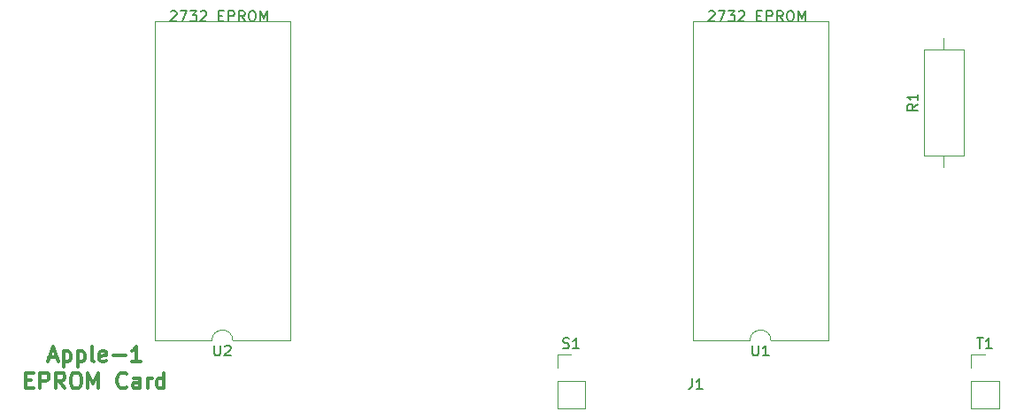
<source format=gbr>
%TF.GenerationSoftware,KiCad,Pcbnew,(5.1.12)-1*%
%TF.CreationDate,2022-08-04T09:57:16+01:00*%
%TF.ProjectId,Apple-1 ROM_RAM,4170706c-652d-4312-9052-4f4d5f52414d,rev?*%
%TF.SameCoordinates,Original*%
%TF.FileFunction,Legend,Top*%
%TF.FilePolarity,Positive*%
%FSLAX46Y46*%
G04 Gerber Fmt 4.6, Leading zero omitted, Abs format (unit mm)*
G04 Created by KiCad (PCBNEW (5.1.12)-1) date 2022-08-04 09:57:16*
%MOMM*%
%LPD*%
G01*
G04 APERTURE LIST*
%ADD10C,0.150000*%
%ADD11C,0.300000*%
%ADD12C,0.120000*%
G04 APERTURE END LIST*
D10*
X182303342Y-98655079D02*
X182350961Y-98607460D01*
X182446200Y-98559840D01*
X182684295Y-98559840D01*
X182779533Y-98607460D01*
X182827152Y-98655079D01*
X182874771Y-98750317D01*
X182874771Y-98845555D01*
X182827152Y-98988412D01*
X182255723Y-99559840D01*
X182874771Y-99559840D01*
X183208104Y-98559840D02*
X183874771Y-98559840D01*
X183446200Y-99559840D01*
X184160485Y-98559840D02*
X184779533Y-98559840D01*
X184446200Y-98940793D01*
X184589057Y-98940793D01*
X184684295Y-98988412D01*
X184731914Y-99036031D01*
X184779533Y-99131269D01*
X184779533Y-99369364D01*
X184731914Y-99464602D01*
X184684295Y-99512221D01*
X184589057Y-99559840D01*
X184303342Y-99559840D01*
X184208104Y-99512221D01*
X184160485Y-99464602D01*
X185160485Y-98655079D02*
X185208104Y-98607460D01*
X185303342Y-98559840D01*
X185541438Y-98559840D01*
X185636676Y-98607460D01*
X185684295Y-98655079D01*
X185731914Y-98750317D01*
X185731914Y-98845555D01*
X185684295Y-98988412D01*
X185112866Y-99559840D01*
X185731914Y-99559840D01*
X186922390Y-99036031D02*
X187255723Y-99036031D01*
X187398580Y-99559840D02*
X186922390Y-99559840D01*
X186922390Y-98559840D01*
X187398580Y-98559840D01*
X187827152Y-99559840D02*
X187827152Y-98559840D01*
X188208104Y-98559840D01*
X188303342Y-98607460D01*
X188350961Y-98655079D01*
X188398580Y-98750317D01*
X188398580Y-98893174D01*
X188350961Y-98988412D01*
X188303342Y-99036031D01*
X188208104Y-99083650D01*
X187827152Y-99083650D01*
X189398580Y-99559840D02*
X189065247Y-99083650D01*
X188827152Y-99559840D02*
X188827152Y-98559840D01*
X189208104Y-98559840D01*
X189303342Y-98607460D01*
X189350961Y-98655079D01*
X189398580Y-98750317D01*
X189398580Y-98893174D01*
X189350961Y-98988412D01*
X189303342Y-99036031D01*
X189208104Y-99083650D01*
X188827152Y-99083650D01*
X190017628Y-98559840D02*
X190208104Y-98559840D01*
X190303342Y-98607460D01*
X190398580Y-98702698D01*
X190446200Y-98893174D01*
X190446200Y-99226507D01*
X190398580Y-99416983D01*
X190303342Y-99512221D01*
X190208104Y-99559840D01*
X190017628Y-99559840D01*
X189922390Y-99512221D01*
X189827152Y-99416983D01*
X189779533Y-99226507D01*
X189779533Y-98893174D01*
X189827152Y-98702698D01*
X189922390Y-98607460D01*
X190017628Y-98559840D01*
X190874771Y-99559840D02*
X190874771Y-98559840D01*
X191208104Y-99274126D01*
X191541438Y-98559840D01*
X191541438Y-99559840D01*
X130823342Y-98655079D02*
X130870961Y-98607460D01*
X130966200Y-98559840D01*
X131204295Y-98559840D01*
X131299533Y-98607460D01*
X131347152Y-98655079D01*
X131394771Y-98750317D01*
X131394771Y-98845555D01*
X131347152Y-98988412D01*
X130775723Y-99559840D01*
X131394771Y-99559840D01*
X131728104Y-98559840D02*
X132394771Y-98559840D01*
X131966200Y-99559840D01*
X132680485Y-98559840D02*
X133299533Y-98559840D01*
X132966200Y-98940793D01*
X133109057Y-98940793D01*
X133204295Y-98988412D01*
X133251914Y-99036031D01*
X133299533Y-99131269D01*
X133299533Y-99369364D01*
X133251914Y-99464602D01*
X133204295Y-99512221D01*
X133109057Y-99559840D01*
X132823342Y-99559840D01*
X132728104Y-99512221D01*
X132680485Y-99464602D01*
X133680485Y-98655079D02*
X133728104Y-98607460D01*
X133823342Y-98559840D01*
X134061438Y-98559840D01*
X134156676Y-98607460D01*
X134204295Y-98655079D01*
X134251914Y-98750317D01*
X134251914Y-98845555D01*
X134204295Y-98988412D01*
X133632866Y-99559840D01*
X134251914Y-99559840D01*
X135442390Y-99036031D02*
X135775723Y-99036031D01*
X135918580Y-99559840D02*
X135442390Y-99559840D01*
X135442390Y-98559840D01*
X135918580Y-98559840D01*
X136347152Y-99559840D02*
X136347152Y-98559840D01*
X136728104Y-98559840D01*
X136823342Y-98607460D01*
X136870961Y-98655079D01*
X136918580Y-98750317D01*
X136918580Y-98893174D01*
X136870961Y-98988412D01*
X136823342Y-99036031D01*
X136728104Y-99083650D01*
X136347152Y-99083650D01*
X137918580Y-99559840D02*
X137585247Y-99083650D01*
X137347152Y-99559840D02*
X137347152Y-98559840D01*
X137728104Y-98559840D01*
X137823342Y-98607460D01*
X137870961Y-98655079D01*
X137918580Y-98750317D01*
X137918580Y-98893174D01*
X137870961Y-98988412D01*
X137823342Y-99036031D01*
X137728104Y-99083650D01*
X137347152Y-99083650D01*
X138537628Y-98559840D02*
X138728104Y-98559840D01*
X138823342Y-98607460D01*
X138918580Y-98702698D01*
X138966200Y-98893174D01*
X138966200Y-99226507D01*
X138918580Y-99416983D01*
X138823342Y-99512221D01*
X138728104Y-99559840D01*
X138537628Y-99559840D01*
X138442390Y-99512221D01*
X138347152Y-99416983D01*
X138299533Y-99226507D01*
X138299533Y-98893174D01*
X138347152Y-98702698D01*
X138442390Y-98607460D01*
X138537628Y-98559840D01*
X139394771Y-99559840D02*
X139394771Y-98559840D01*
X139728104Y-99274126D01*
X140061438Y-98559840D01*
X140061438Y-99559840D01*
D11*
X119193342Y-131742460D02*
X119907628Y-131742460D01*
X119050485Y-132171031D02*
X119550485Y-130671031D01*
X120050485Y-132171031D01*
X120550485Y-131171031D02*
X120550485Y-132671031D01*
X120550485Y-131242460D02*
X120693342Y-131171031D01*
X120979057Y-131171031D01*
X121121914Y-131242460D01*
X121193342Y-131313888D01*
X121264771Y-131456745D01*
X121264771Y-131885317D01*
X121193342Y-132028174D01*
X121121914Y-132099602D01*
X120979057Y-132171031D01*
X120693342Y-132171031D01*
X120550485Y-132099602D01*
X121907628Y-131171031D02*
X121907628Y-132671031D01*
X121907628Y-131242460D02*
X122050485Y-131171031D01*
X122336200Y-131171031D01*
X122479057Y-131242460D01*
X122550485Y-131313888D01*
X122621914Y-131456745D01*
X122621914Y-131885317D01*
X122550485Y-132028174D01*
X122479057Y-132099602D01*
X122336200Y-132171031D01*
X122050485Y-132171031D01*
X121907628Y-132099602D01*
X123479057Y-132171031D02*
X123336200Y-132099602D01*
X123264771Y-131956745D01*
X123264771Y-130671031D01*
X124621914Y-132099602D02*
X124479057Y-132171031D01*
X124193342Y-132171031D01*
X124050485Y-132099602D01*
X123979057Y-131956745D01*
X123979057Y-131385317D01*
X124050485Y-131242460D01*
X124193342Y-131171031D01*
X124479057Y-131171031D01*
X124621914Y-131242460D01*
X124693342Y-131385317D01*
X124693342Y-131528174D01*
X123979057Y-131671031D01*
X125336200Y-131599602D02*
X126479057Y-131599602D01*
X127979057Y-132171031D02*
X127121914Y-132171031D01*
X127550485Y-132171031D02*
X127550485Y-130671031D01*
X127407628Y-130885317D01*
X127264771Y-131028174D01*
X127121914Y-131099602D01*
X116979057Y-133935317D02*
X117479057Y-133935317D01*
X117693342Y-134721031D02*
X116979057Y-134721031D01*
X116979057Y-133221031D01*
X117693342Y-133221031D01*
X118336200Y-134721031D02*
X118336200Y-133221031D01*
X118907628Y-133221031D01*
X119050485Y-133292460D01*
X119121914Y-133363888D01*
X119193342Y-133506745D01*
X119193342Y-133721031D01*
X119121914Y-133863888D01*
X119050485Y-133935317D01*
X118907628Y-134006745D01*
X118336200Y-134006745D01*
X120693342Y-134721031D02*
X120193342Y-134006745D01*
X119836200Y-134721031D02*
X119836200Y-133221031D01*
X120407628Y-133221031D01*
X120550485Y-133292460D01*
X120621914Y-133363888D01*
X120693342Y-133506745D01*
X120693342Y-133721031D01*
X120621914Y-133863888D01*
X120550485Y-133935317D01*
X120407628Y-134006745D01*
X119836200Y-134006745D01*
X121621914Y-133221031D02*
X121907628Y-133221031D01*
X122050485Y-133292460D01*
X122193342Y-133435317D01*
X122264771Y-133721031D01*
X122264771Y-134221031D01*
X122193342Y-134506745D01*
X122050485Y-134649602D01*
X121907628Y-134721031D01*
X121621914Y-134721031D01*
X121479057Y-134649602D01*
X121336200Y-134506745D01*
X121264771Y-134221031D01*
X121264771Y-133721031D01*
X121336200Y-133435317D01*
X121479057Y-133292460D01*
X121621914Y-133221031D01*
X122907628Y-134721031D02*
X122907628Y-133221031D01*
X123407628Y-134292460D01*
X123907628Y-133221031D01*
X123907628Y-134721031D01*
X126621914Y-134578174D02*
X126550485Y-134649602D01*
X126336200Y-134721031D01*
X126193342Y-134721031D01*
X125979057Y-134649602D01*
X125836200Y-134506745D01*
X125764771Y-134363888D01*
X125693342Y-134078174D01*
X125693342Y-133863888D01*
X125764771Y-133578174D01*
X125836200Y-133435317D01*
X125979057Y-133292460D01*
X126193342Y-133221031D01*
X126336200Y-133221031D01*
X126550485Y-133292460D01*
X126621914Y-133363888D01*
X127907628Y-134721031D02*
X127907628Y-133935317D01*
X127836200Y-133792460D01*
X127693342Y-133721031D01*
X127407628Y-133721031D01*
X127264771Y-133792460D01*
X127907628Y-134649602D02*
X127764771Y-134721031D01*
X127407628Y-134721031D01*
X127264771Y-134649602D01*
X127193342Y-134506745D01*
X127193342Y-134363888D01*
X127264771Y-134221031D01*
X127407628Y-134149602D01*
X127764771Y-134149602D01*
X127907628Y-134078174D01*
X128621914Y-134721031D02*
X128621914Y-133721031D01*
X128621914Y-134006745D02*
X128693342Y-133863888D01*
X128764771Y-133792460D01*
X128907628Y-133721031D01*
X129050485Y-133721031D01*
X130193342Y-134721031D02*
X130193342Y-133221031D01*
X130193342Y-134649602D02*
X130050485Y-134721031D01*
X129764771Y-134721031D01*
X129621914Y-134649602D01*
X129550485Y-134578174D01*
X129479057Y-134435317D01*
X129479057Y-134006745D01*
X129550485Y-133863888D01*
X129621914Y-133792460D01*
X129764771Y-133721031D01*
X130050485Y-133721031D01*
X130193342Y-133792460D01*
D12*
%TO.C,U1*%
X180786200Y-130137460D02*
X186246200Y-130137460D01*
X180786200Y-99537460D02*
X180786200Y-130137460D01*
X193706200Y-99537460D02*
X180786200Y-99537460D01*
X193706200Y-130137460D02*
X193706200Y-99537460D01*
X188246200Y-130137460D02*
X193706200Y-130137460D01*
X186246200Y-130137460D02*
G75*
G02*
X188246200Y-130137460I1000000J0D01*
G01*
%TO.C,T1*%
X207396200Y-136637460D02*
X210056200Y-136637460D01*
X207396200Y-134037460D02*
X207396200Y-136637460D01*
X210056200Y-134037460D02*
X210056200Y-136637460D01*
X207396200Y-134037460D02*
X210056200Y-134037460D01*
X207396200Y-132767460D02*
X207396200Y-131437460D01*
X207396200Y-131437460D02*
X208726200Y-131437460D01*
%TO.C,S1*%
X167796200Y-131437460D02*
X169126200Y-131437460D01*
X167796200Y-132767460D02*
X167796200Y-131437460D01*
X167796200Y-134037460D02*
X170456200Y-134037460D01*
X170456200Y-134037460D02*
X170456200Y-136637460D01*
X167796200Y-134037460D02*
X167796200Y-136637460D01*
X167796200Y-136637460D02*
X170456200Y-136637460D01*
%TO.C,R1*%
X204766200Y-101147460D02*
X204766200Y-102257460D01*
X204766200Y-113507460D02*
X204766200Y-112397460D01*
X202846200Y-102257460D02*
X202846200Y-112397460D01*
X206686200Y-102257460D02*
X202846200Y-102257460D01*
X206686200Y-112397460D02*
X206686200Y-102257460D01*
X202846200Y-112397460D02*
X206686200Y-112397460D01*
%TO.C,U2*%
X136766200Y-130137460D02*
X142226200Y-130137460D01*
X142226200Y-130137460D02*
X142226200Y-99537460D01*
X142226200Y-99537460D02*
X129306200Y-99537460D01*
X129306200Y-99537460D02*
X129306200Y-130137460D01*
X129306200Y-130137460D02*
X134766200Y-130137460D01*
X134766200Y-130137460D02*
G75*
G02*
X136766200Y-130137460I1000000J0D01*
G01*
%TO.C,U1*%
D10*
X186484295Y-130589840D02*
X186484295Y-131399364D01*
X186531914Y-131494602D01*
X186579533Y-131542221D01*
X186674771Y-131589840D01*
X186865247Y-131589840D01*
X186960485Y-131542221D01*
X187008104Y-131494602D01*
X187055723Y-131399364D01*
X187055723Y-130589840D01*
X188055723Y-131589840D02*
X187484295Y-131589840D01*
X187770009Y-131589840D02*
X187770009Y-130589840D01*
X187674771Y-130732698D01*
X187579533Y-130827936D01*
X187484295Y-130875555D01*
%TO.C,T1*%
X207964295Y-129889840D02*
X208535723Y-129889840D01*
X208250009Y-130889840D02*
X208250009Y-129889840D01*
X209392866Y-130889840D02*
X208821438Y-130889840D01*
X209107152Y-130889840D02*
X209107152Y-129889840D01*
X209011914Y-130032698D01*
X208916676Y-130127936D01*
X208821438Y-130175555D01*
%TO.C,S1*%
X168364295Y-130842221D02*
X168507152Y-130889840D01*
X168745247Y-130889840D01*
X168840485Y-130842221D01*
X168888104Y-130794602D01*
X168935723Y-130699364D01*
X168935723Y-130604126D01*
X168888104Y-130508888D01*
X168840485Y-130461269D01*
X168745247Y-130413650D01*
X168554771Y-130366031D01*
X168459533Y-130318412D01*
X168411914Y-130270793D01*
X168364295Y-130175555D01*
X168364295Y-130080317D01*
X168411914Y-129985079D01*
X168459533Y-129937460D01*
X168554771Y-129889840D01*
X168792866Y-129889840D01*
X168935723Y-129937460D01*
X169888104Y-130889840D02*
X169316676Y-130889840D01*
X169602390Y-130889840D02*
X169602390Y-129889840D01*
X169507152Y-130032698D01*
X169411914Y-130127936D01*
X169316676Y-130175555D01*
%TO.C,R1*%
X202298580Y-107494126D02*
X201822390Y-107827460D01*
X202298580Y-108065555D02*
X201298580Y-108065555D01*
X201298580Y-107684602D01*
X201346200Y-107589364D01*
X201393819Y-107541745D01*
X201489057Y-107494126D01*
X201631914Y-107494126D01*
X201727152Y-107541745D01*
X201774771Y-107589364D01*
X201822390Y-107684602D01*
X201822390Y-108065555D01*
X202298580Y-106541745D02*
X202298580Y-107113174D01*
X202298580Y-106827460D02*
X201298580Y-106827460D01*
X201441438Y-106922698D01*
X201536676Y-107017936D01*
X201584295Y-107113174D01*
%TO.C,U2*%
X135004295Y-130589840D02*
X135004295Y-131399364D01*
X135051914Y-131494602D01*
X135099533Y-131542221D01*
X135194771Y-131589840D01*
X135385247Y-131589840D01*
X135480485Y-131542221D01*
X135528104Y-131494602D01*
X135575723Y-131399364D01*
X135575723Y-130589840D01*
X136004295Y-130685079D02*
X136051914Y-130637460D01*
X136147152Y-130589840D01*
X136385247Y-130589840D01*
X136480485Y-130637460D01*
X136528104Y-130685079D01*
X136575723Y-130780317D01*
X136575723Y-130875555D01*
X136528104Y-131018412D01*
X135956676Y-131589840D01*
X136575723Y-131589840D01*
%TO.C,J1*%
X180706666Y-133772380D02*
X180706666Y-134486666D01*
X180659047Y-134629523D01*
X180563809Y-134724761D01*
X180420952Y-134772380D01*
X180325714Y-134772380D01*
X181706666Y-134772380D02*
X181135238Y-134772380D01*
X181420952Y-134772380D02*
X181420952Y-133772380D01*
X181325714Y-133915238D01*
X181230476Y-134010476D01*
X181135238Y-134058095D01*
%TD*%
M02*

</source>
